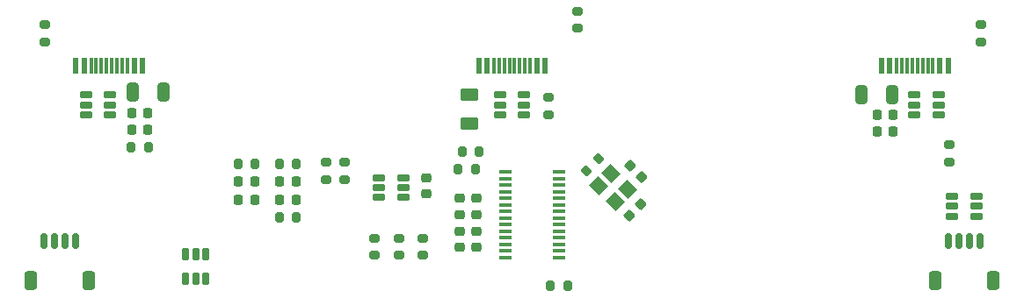
<source format=gbr>
%TF.GenerationSoftware,KiCad,Pcbnew,8.0.2*%
%TF.CreationDate,2025-12-10T20:47:35-08:00*%
%TF.ProjectId,USB-A-Daughterboard,5553422d-412d-4446-9175-676874657262,rev?*%
%TF.SameCoordinates,Original*%
%TF.FileFunction,Paste,Bot*%
%TF.FilePolarity,Positive*%
%FSLAX46Y46*%
G04 Gerber Fmt 4.6, Leading zero omitted, Abs format (unit mm)*
G04 Created by KiCad (PCBNEW 8.0.2) date 2025-12-10 20:47:35*
%MOMM*%
%LPD*%
G01*
G04 APERTURE LIST*
G04 Aperture macros list*
%AMRoundRect*
0 Rectangle with rounded corners*
0 $1 Rounding radius*
0 $2 $3 $4 $5 $6 $7 $8 $9 X,Y pos of 4 corners*
0 Add a 4 corners polygon primitive as box body*
4,1,4,$2,$3,$4,$5,$6,$7,$8,$9,$2,$3,0*
0 Add four circle primitives for the rounded corners*
1,1,$1+$1,$2,$3*
1,1,$1+$1,$4,$5*
1,1,$1+$1,$6,$7*
1,1,$1+$1,$8,$9*
0 Add four rect primitives between the rounded corners*
20,1,$1+$1,$2,$3,$4,$5,0*
20,1,$1+$1,$4,$5,$6,$7,0*
20,1,$1+$1,$6,$7,$8,$9,0*
20,1,$1+$1,$8,$9,$2,$3,0*%
%AMRotRect*
0 Rectangle, with rotation*
0 The origin of the aperture is its center*
0 $1 length*
0 $2 width*
0 $3 Rotation angle, in degrees counterclockwise*
0 Add horizontal line*
21,1,$1,$2,0,0,$3*%
G04 Aperture macros list end*
%ADD10RoundRect,0.200000X0.275000X-0.200000X0.275000X0.200000X-0.275000X0.200000X-0.275000X-0.200000X0*%
%ADD11RoundRect,0.200000X-0.275000X0.200000X-0.275000X-0.200000X0.275000X-0.200000X0.275000X0.200000X0*%
%ADD12RoundRect,0.150000X-0.475000X-0.150000X0.475000X-0.150000X0.475000X0.150000X-0.475000X0.150000X0*%
%ADD13RoundRect,0.150000X0.150000X0.625000X-0.150000X0.625000X-0.150000X-0.625000X0.150000X-0.625000X0*%
%ADD14RoundRect,0.250000X0.350000X0.650000X-0.350000X0.650000X-0.350000X-0.650000X0.350000X-0.650000X0*%
%ADD15RoundRect,0.225000X-0.017678X0.335876X-0.335876X0.017678X0.017678X-0.335876X0.335876X-0.017678X0*%
%ADD16RoundRect,0.150000X0.475000X0.150000X-0.475000X0.150000X-0.475000X-0.150000X0.475000X-0.150000X0*%
%ADD17R,0.600000X1.640000*%
%ADD18R,0.300000X1.640000*%
%ADD19RoundRect,0.225000X-0.225000X-0.250000X0.225000X-0.250000X0.225000X0.250000X-0.225000X0.250000X0*%
%ADD20RoundRect,0.200000X-0.053033X0.335876X-0.335876X0.053033X0.053033X-0.335876X0.335876X-0.053033X0*%
%ADD21RoundRect,0.225000X0.250000X-0.225000X0.250000X0.225000X-0.250000X0.225000X-0.250000X-0.225000X0*%
%ADD22RoundRect,0.250000X-0.325000X-0.650000X0.325000X-0.650000X0.325000X0.650000X-0.325000X0.650000X0*%
%ADD23RoundRect,0.225000X0.225000X0.250000X-0.225000X0.250000X-0.225000X-0.250000X0.225000X-0.250000X0*%
%ADD24RoundRect,0.200000X0.200000X0.275000X-0.200000X0.275000X-0.200000X-0.275000X0.200000X-0.275000X0*%
%ADD25RoundRect,0.250000X-0.625000X0.375000X-0.625000X-0.375000X0.625000X-0.375000X0.625000X0.375000X0*%
%ADD26R,1.200000X0.400000*%
%ADD27RoundRect,0.218750X0.218750X0.256250X-0.218750X0.256250X-0.218750X-0.256250X0.218750X-0.256250X0*%
%ADD28RoundRect,0.200000X-0.200000X-0.275000X0.200000X-0.275000X0.200000X0.275000X-0.200000X0.275000X0*%
%ADD29RoundRect,0.225000X-0.250000X0.225000X-0.250000X-0.225000X0.250000X-0.225000X0.250000X0.225000X0*%
%ADD30RoundRect,0.218750X-0.218750X-0.256250X0.218750X-0.256250X0.218750X0.256250X-0.218750X0.256250X0*%
%ADD31RoundRect,0.225000X0.335876X0.017678X0.017678X0.335876X-0.335876X-0.017678X-0.017678X-0.335876X0*%
%ADD32RotRect,1.400000X1.200000X315.000000*%
%ADD33RoundRect,0.150000X0.150000X-0.475000X0.150000X0.475000X-0.150000X0.475000X-0.150000X-0.475000X0*%
%ADD34RoundRect,0.250000X0.325000X0.650000X-0.325000X0.650000X-0.325000X-0.650000X0.325000X-0.650000X0*%
G04 APERTURE END LIST*
D10*
%TO.C,R13*%
X54400000Y-3025000D03*
X54400000Y-1375000D03*
%TD*%
D11*
%TO.C,R12*%
X30200000Y-15975000D03*
X30200000Y-17625000D03*
%TD*%
D12*
%TO.C,U3*%
X7025000Y-11350000D03*
X7025000Y-10400000D03*
X7025000Y-9450000D03*
X9375000Y-9450000D03*
X9375000Y-10400000D03*
X9375000Y-11350000D03*
%TD*%
D10*
%TO.C,R11*%
X31900000Y-17625000D03*
X31900000Y-15975000D03*
%TD*%
D13*
%TO.C,J4*%
X6000000Y-23525000D03*
X5000000Y-23525000D03*
X4000000Y-23525000D03*
X3000000Y-23525000D03*
D14*
X7300000Y-27400000D03*
X1700000Y-27400000D03*
%TD*%
D15*
%TO.C,C1*%
X60469328Y-19973312D03*
X59373312Y-21069328D03*
%TD*%
D16*
%TO.C,U2*%
X89175000Y-9450000D03*
X89175000Y-10400000D03*
X89175000Y-11350000D03*
X86825000Y-11350000D03*
X86825000Y-10400000D03*
X86825000Y-9450000D03*
%TD*%
D17*
%TO.C,J1*%
X83670000Y-6620000D03*
X84470000Y-6620000D03*
D18*
X85620000Y-6620000D03*
X86620000Y-6620000D03*
X87120000Y-6620000D03*
X88120000Y-6620000D03*
D17*
X89270000Y-6620000D03*
X90070000Y-6620000D03*
X90070000Y-6620000D03*
X89270000Y-6620000D03*
D18*
X88620000Y-6620000D03*
X87620000Y-6620000D03*
X86120000Y-6620000D03*
X85120000Y-6620000D03*
D17*
X84470000Y-6620000D03*
X83670000Y-6620000D03*
%TD*%
D19*
%TO.C,C3*%
X83225000Y-13000000D03*
X84775000Y-13000000D03*
%TD*%
D11*
%TO.C,R15*%
X93200000Y-2675000D03*
X93200000Y-4325000D03*
%TD*%
D10*
%TO.C,R3*%
X37200000Y-24950000D03*
X37200000Y-23300000D03*
%TD*%
D20*
%TO.C,R8*%
X56383363Y-15616637D03*
X55216637Y-16783363D03*
%TD*%
D21*
%TO.C,C10*%
X43000000Y-20975000D03*
X43000000Y-19425000D03*
%TD*%
D22*
%TO.C,C7*%
X81725000Y-9400000D03*
X84675000Y-9400000D03*
%TD*%
D23*
%TO.C,C4*%
X12975000Y-11200000D03*
X11425000Y-11200000D03*
%TD*%
D24*
%TO.C,R6*%
X23312500Y-16100000D03*
X21662500Y-16100000D03*
%TD*%
D25*
%TO.C,F1*%
X44000000Y-9400000D03*
X44000000Y-12200000D03*
%TD*%
D26*
%TO.C,U1*%
X52600000Y-16872500D03*
X52600000Y-17507500D03*
X52600000Y-18142500D03*
X52600000Y-18777500D03*
X52600000Y-19412500D03*
X52600000Y-20047500D03*
X52600000Y-20682500D03*
X52600000Y-21317500D03*
X52600000Y-21952500D03*
X52600000Y-22587500D03*
X52600000Y-23222500D03*
X52600000Y-23857500D03*
X52600000Y-24492500D03*
X52600000Y-25127500D03*
X47400000Y-25127500D03*
X47400000Y-24492500D03*
X47400000Y-23857500D03*
X47400000Y-23222500D03*
X47400000Y-22587500D03*
X47400000Y-21952500D03*
X47400000Y-21317500D03*
X47400000Y-20682500D03*
X47400000Y-20047500D03*
X47400000Y-19412500D03*
X47400000Y-18777500D03*
X47400000Y-18142500D03*
X47400000Y-17507500D03*
X47400000Y-16872500D03*
%TD*%
D27*
%TO.C,D2*%
X27275000Y-19600000D03*
X25700000Y-19600000D03*
%TD*%
D11*
%TO.C,R16*%
X90200000Y-14275000D03*
X90200000Y-15925000D03*
%TD*%
%TO.C,R17*%
X3100000Y-2675000D03*
X3100000Y-4325000D03*
%TD*%
D28*
%TO.C,R10*%
X42875000Y-16600000D03*
X44525000Y-16600000D03*
%TD*%
D10*
%TO.C,R4*%
X39500000Y-24925000D03*
X39500000Y-23275000D03*
%TD*%
D12*
%TO.C,U4*%
X90465000Y-21150000D03*
X90465000Y-20200000D03*
X90465000Y-19250000D03*
X92815000Y-19250000D03*
X92815000Y-20200000D03*
X92815000Y-21150000D03*
%TD*%
D17*
%TO.C,J2*%
X6070000Y-6620000D03*
X6870000Y-6620000D03*
D18*
X8020000Y-6620000D03*
X9020000Y-6620000D03*
X9520000Y-6620000D03*
X10520000Y-6620000D03*
D17*
X11670000Y-6620000D03*
X12470000Y-6620000D03*
X12470000Y-6620000D03*
X11670000Y-6620000D03*
D18*
X11020000Y-6620000D03*
X10020000Y-6620000D03*
X8520000Y-6620000D03*
X7520000Y-6620000D03*
D17*
X6870000Y-6620000D03*
X6070000Y-6620000D03*
%TD*%
D11*
%TO.C,R5*%
X34800000Y-23275000D03*
X34800000Y-24925000D03*
%TD*%
D28*
%TO.C,R7*%
X25675000Y-21300000D03*
X27325000Y-21300000D03*
%TD*%
D23*
%TO.C,C6*%
X12975000Y-12800000D03*
X11425000Y-12800000D03*
%TD*%
D11*
%TO.C,R14*%
X51600000Y-9675000D03*
X51600000Y-11325000D03*
%TD*%
D28*
%TO.C,R9*%
X25650000Y-16100000D03*
X27300000Y-16100000D03*
%TD*%
D19*
%TO.C,C5*%
X83225000Y-11400000D03*
X84775000Y-11400000D03*
%TD*%
D16*
%TO.C,U6*%
X49245000Y-9450000D03*
X49245000Y-10400000D03*
X49245000Y-11350000D03*
X46895000Y-11350000D03*
X46895000Y-10400000D03*
X46895000Y-9450000D03*
%TD*%
D28*
%TO.C,R18*%
X11375000Y-14500000D03*
X13025000Y-14500000D03*
%TD*%
D29*
%TO.C,C11*%
X44600000Y-22625000D03*
X44600000Y-24175000D03*
%TD*%
D30*
%TO.C,D3*%
X25687500Y-17800000D03*
X27262500Y-17800000D03*
%TD*%
D31*
%TO.C,C2*%
X60548008Y-17348008D03*
X59451992Y-16251992D03*
%TD*%
D32*
%TO.C,Y1*%
X57623223Y-17021142D03*
X59178858Y-18576777D03*
X57976777Y-19778858D03*
X56421142Y-18223223D03*
%TD*%
D17*
%TO.C,J5*%
X44870000Y-6620000D03*
X45670000Y-6620000D03*
D18*
X46820000Y-6620000D03*
X47820000Y-6620000D03*
X48320000Y-6620000D03*
X49320000Y-6620000D03*
D17*
X50470000Y-6620000D03*
X51270000Y-6620000D03*
X51270000Y-6620000D03*
X50470000Y-6620000D03*
D18*
X49820000Y-6620000D03*
X48820000Y-6620000D03*
X47320000Y-6620000D03*
X46320000Y-6620000D03*
D17*
X45670000Y-6620000D03*
X44870000Y-6620000D03*
%TD*%
D27*
%TO.C,D4*%
X23275000Y-19600000D03*
X21700000Y-19600000D03*
%TD*%
D24*
%TO.C,R1*%
X53425000Y-27900000D03*
X51775000Y-27900000D03*
%TD*%
D21*
%TO.C,C13*%
X39800000Y-18975000D03*
X39800000Y-17425000D03*
%TD*%
D16*
%TO.C,U7*%
X37575000Y-17450000D03*
X37575000Y-18400000D03*
X37575000Y-19350000D03*
X35225000Y-19350000D03*
X35225000Y-18400000D03*
X35225000Y-17450000D03*
%TD*%
D21*
%TO.C,C12*%
X44600000Y-20975000D03*
X44600000Y-19425000D03*
%TD*%
D13*
%TO.C,J3*%
X93140000Y-23525000D03*
X92140000Y-23525000D03*
X91140000Y-23525000D03*
X90140000Y-23525000D03*
D14*
X94440000Y-27400000D03*
X88840000Y-27400000D03*
%TD*%
D29*
%TO.C,C9*%
X43000000Y-22625000D03*
X43000000Y-24175000D03*
%TD*%
D30*
%TO.C,D1*%
X21700000Y-17800000D03*
X23275000Y-17800000D03*
%TD*%
D33*
%TO.C,U5*%
X18550000Y-27200000D03*
X17600000Y-27200000D03*
X16650000Y-27200000D03*
X16650000Y-24850000D03*
X17600000Y-24850000D03*
X18550000Y-24850000D03*
%TD*%
D34*
%TO.C,C8*%
X14475000Y-9200000D03*
X11525000Y-9200000D03*
%TD*%
D28*
%TO.C,R2*%
X43275000Y-14900000D03*
X44925000Y-14900000D03*
%TD*%
M02*

</source>
